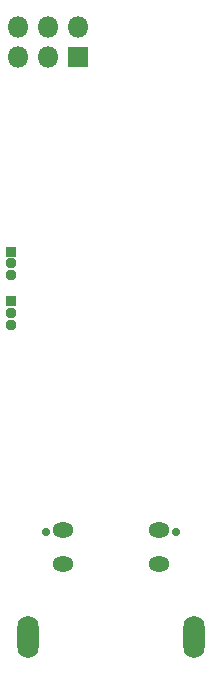
<source format=gbr>
%TF.GenerationSoftware,KiCad,Pcbnew,(5.1.6)-1*%
%TF.CreationDate,2021-10-03T16:09:20-04:00*%
%TF.ProjectId,horny_dom,686f726e-795f-4646-9f6d-2e6b69636164,rev?*%
%TF.SameCoordinates,Original*%
%TF.FileFunction,Soldermask,Bot*%
%TF.FilePolarity,Negative*%
%FSLAX46Y46*%
G04 Gerber Fmt 4.6, Leading zero omitted, Abs format (unit mm)*
G04 Created by KiCad (PCBNEW (5.1.6)-1) date 2021-10-03 16:09:20*
%MOMM*%
%LPD*%
G01*
G04 APERTURE LIST*
%ADD10O,1.800000X1.800000*%
%ADD11R,1.800000X1.800000*%
%ADD12O,1.800000X3.600000*%
%ADD13O,0.950000X0.950000*%
%ADD14R,0.950000X0.950000*%
%ADD15C,0.700000*%
%ADD16O,1.800000X1.300000*%
G04 APERTURE END LIST*
D10*
%TO.C,Batt*%
X141820000Y-77460000D03*
X141820000Y-80000000D03*
X144360000Y-77460000D03*
X144360000Y-80000000D03*
X146900000Y-77460000D03*
D11*
X146900000Y-80000000D03*
%TD*%
D12*
%TO.C,SW1*%
X142700000Y-129100000D03*
X156700000Y-129100000D03*
%TD*%
D13*
%TO.C,LED*%
X141200000Y-102700000D03*
X141200000Y-101700000D03*
D14*
X141200000Y-100700000D03*
%TD*%
D13*
%TO.C,LED*%
X141200000Y-98500000D03*
X141200000Y-97500000D03*
D14*
X141200000Y-96500000D03*
%TD*%
D15*
%TO.C,J1*%
X155200000Y-120200000D03*
D16*
X153800000Y-122970000D03*
X153800000Y-120030000D03*
X145600000Y-122970000D03*
D15*
X144200000Y-120200000D03*
D16*
X145600000Y-120030000D03*
%TD*%
M02*

</source>
